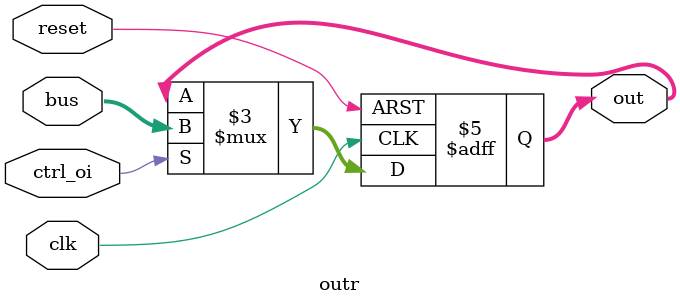
<source format=v>
module outr(
	input clk,
	input reset,
	input ctrl_oi,
	input [7:0] bus,
	output reg [7:0] out = 0);
	
always @(posedge clk or posedge reset) begin
	if (reset)
		out <= 0;
	else if (ctrl_oi)
		out <= bus;
end

endmodule
</source>
